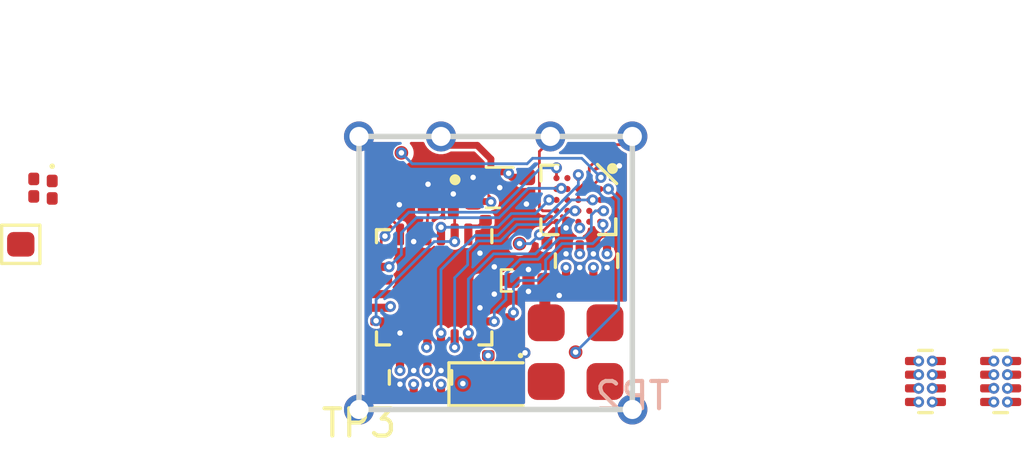
<source format=kicad_pcb>
(kicad_pcb (version 20171130) (host pcbnew 5.1.6-c6e7f7d~87~ubuntu18.04.1)
  (layers (0 F.Cu signal) (1 In1.Cu_Gnd signal) (2 In2.Cu_3V3 signal) (31 B.Cu signal) (34 B.Paste user) (35 F.Paste user) (36 B.SilkS user hide) (37 F.SilkS user) (38 B.Mask user) (39 F.Mask user) (44 Edge.Cuts user))
  (net 0 "")
  (net 1 GND)
  (net 2 3.3-5V_IN)
  (net 3 +3V3)
  (net 4 "Net-(D1-Pad1)")
  (net 5 LED1)
  (net 6 LED2)
  (net 7 Boot0)
  (net 8 UART_RX)
  (net 9 UART_TX)
  (net 10 NRST)
  (net 11 SWDIO)
  (net 12 "Net-(D2-Pad2)")
  (net 13 "Net-(U3-Pad14)")
  (net 14 "Net-(U3-Pad10)")
  (net 15 "Net-(U3-Pad9)")
  (net 16 "Net-(U3-Pad6)")
  (net 17 "Net-(U3-Pad4)")
  (net 18 "Net-(C6-Pad1)")
  (net 19 "Net-(C13-Pad1)")
  (net 20 "Net-(J1-Pad1)")
  (net 21 "Net-(U3-Pad22)")
  (net 22 NSS)
  (net 23 SCK)
  (net 24 MOSI)
  (net 25 MISO)
  (net 26 DI)
  (net 27 BUSY)
  (net 28 SWDCLK_BOOT0)
  (net 29 "Net-(U1-PadD3)")
  (net 30 "Net-(J1-Pad2)")
  (net 31 SX1280_NRESET)
  (net 32 "Net-(U1-PadB5)")
  (net 33 "Net-(U1-PadB4)")
  (net 34 "Net-(U1-PadD1)")
  (module footprints:corner_castellated (layer F.Cu) (at 100 110)
    (fp_text reference TP3 (at 0 0.5) (layer F.SilkS))
    (fp_text value "Pad 1.5x1.5mm")
    (pad 1 thru_hole circle (at 0 0) (size 1.1 1.1) (drill 0.7) (layers *.Cu *.Mask) (net 1 GND))
  )
  (module footprints:corner_castellated (layer B.Cu) (at 110 110)
    (fp_text reference TP2 (at 0 -0.5) (layer B.SilkS) (effects (justify mirror)))
    (fp_text value "Pad 1.5x1.5mm")
    (pad 1 thru_hole circle (at 0 0) (size 1.1 1.1) (drill 0.7) (layers *.Cu *.Mask) (net 1 GND))
  )
  (module footprints:molex_479480001_2g4-turret (layer F.Cu) (at 107.925 107.9 270)
    (fp_text reference J1 hide)
    (fp_text value u.fl hide)
    (pad 2 smd roundrect (at -1.075 -1.075 270) (size 1.35 1.35) (layers F.Cu F.Paste F.Mask) (net 30 "Net-(J1-Pad2)"))
    (pad 2 smd roundrect (at 1.075 -1.075 270) (size 1.35 1.35) (layers F.Cu F.Paste F.Mask) (net 30 "Net-(J1-Pad2)"))
    (pad 2 smd roundrect (at 1.075 1.075 270) (size 1.35 1.35) (layers F.Cu F.Paste F.Mask) (net 30 "Net-(J1-Pad2)"))
    (pad 1 smd roundrect (at -1.075 1.075 270) (size 1.35 1.35) (layers F.Cu F.Paste F.Mask) (net 20 "Net-(J1-Pad1)"))
  )
  (module footprints:C_0402_1005Metric_dense (layer F.Cu) (at 100.725 108.55 270)
    (fp_text reference C13 hide)
    (fp_text value 470nF hide)
    (pad 2 smd roundrect (at 0.485 0 270) (size 0.59 0.64) (layers F.Cu F.Paste F.Mask) (net 1 GND))
    (pad 1 smd roundrect (at -0.485 0 270) (size 0.59 0.64) (layers F.Cu F.Paste F.Mask) (net 19 "Net-(C13-Pad1)"))
  )
  (module footprints:corner_castellated (layer F.Cu) (at 100 100)
    (fp_text reference TP9 hide)
    (fp_text value "Pad 1.5x1.5mm" hide)
    (pad 1 thru_hole circle (at 0 0) (size 1.1 1.1) (drill 0.7) (layers *.Cu *.Mask) (net 1 GND))
  )
  (module footprints:corner_castellated (layer F.Cu) (at 110 100)
    (fp_text reference TP8 hide)
    (fp_text value "Pad 1.5x1.5mm" hide)
    (pad 1 thru_hole circle (at 0 0) (size 1.1 1.1) (drill 0.7) (layers *.Cu *.Mask) (net 8 UART_RX))
  )
  (module footprints:corner_castellated (layer F.Cu) (at 107 100)
    (fp_text reference TP7 hide)
    (fp_text value "Pad 1.5x1.5mm" hide)
    (pad 1 thru_hole circle (at 0 0) (size 1.1 1.1) (drill 0.7) (layers *.Cu *.Mask) (net 9 UART_TX))
  )
  (module footprints:corner_castellated (layer F.Cu) (at 103 100)
    (fp_text reference TP6 hide)
    (fp_text value "Pad 1.5x1.5mm" hide)
    (pad 1 thru_hole circle (at 0 0) (size 1.1 1.1) (drill 0.7) (layers *.Cu *.Mask) (net 2 3.3-5V_IN))
  )
  (module footprints:QFN-24-1EP_4x4mm_P0.5mm_EP2.6x2.6mm_SX1280_dense (layer F.Cu) (at 102.75 105.525 270)
    (fp_text reference U3 hide)
    (fp_text value SX1280 hide)
    (fp_line (start -1.635 -2.11) (end -2.11 -2.11) (layer F.SilkS) (width 0.12))
    (fp_line (start 2.11 2.11) (end 2.11 1.635) (layer F.SilkS) (width 0.12))
    (fp_line (start 1.635 2.11) (end 2.11 2.11) (layer F.SilkS) (width 0.12))
    (fp_line (start -2.11 2.11) (end -2.11 1.635) (layer F.SilkS) (width 0.12))
    (fp_line (start -1.635 2.11) (end -2.11 2.11) (layer F.SilkS) (width 0.12))
    (fp_line (start 2.11 -2.11) (end 2.11 -1.635) (layer F.SilkS) (width 0.12))
    (fp_line (start 1.635 -2.11) (end 2.11 -2.11) (layer F.SilkS) (width 0.12))
    (pad 0 smd rect (at 0 0 270) (size 2.6 2.6) (layers F.Cu F.Mask) (net 1 GND))
    (pad 24 smd roundrect (at -1.25 -1.9375 270) (size 0.3 0.8) (layers F.Cu F.Paste F.Mask) (net 1 GND))
    (pad 23 smd roundrect (at -0.75 -1.9375 270) (size 0.3 0.8) (layers F.Cu F.Paste F.Mask) (net 1 GND))
    (pad 22 smd roundrect (at -0.25 -1.9375 270) (size 0.3 0.8) (layers F.Cu F.Paste F.Mask) (net 21 "Net-(U3-Pad22)"))
    (pad 21 smd roundrect (at 0.25 -1.9375 270) (size 0.3 0.8) (layers F.Cu F.Paste F.Mask) (net 1 GND))
    (pad 20 smd roundrect (at 0.75 -1.9375 270) (size 0.3 0.8) (layers F.Cu F.Paste F.Mask) (net 1 GND))
    (pad 19 smd roundrect (at 1.25 -1.9375 270) (size 0.3 0.8) (layers F.Cu F.Paste F.Mask) (net 22 NSS))
    (pad 18 smd roundrect (at 1.9375 -1.25 270) (size 0.8 0.3) (layers F.Cu F.Paste F.Mask) (net 23 SCK))
    (pad 17 smd roundrect (at 1.9375 -0.75 270) (size 0.8 0.3) (layers F.Cu F.Paste F.Mask) (net 24 MOSI))
    (pad 16 smd roundrect (at 1.9375 -0.25 270) (size 0.8 0.3) (layers F.Cu F.Paste F.Mask) (net 25 MISO))
    (pad 15 smd roundrect (at 1.9375 0.25 270) (size 0.8 0.3) (layers F.Cu F.Paste F.Mask) (net 3 +3V3))
    (pad 14 smd roundrect (at 1.9375 0.75 270) (size 0.8 0.3) (layers F.Cu F.Paste F.Mask) (net 13 "Net-(U3-Pad14)"))
    (pad 13 smd roundrect (at 1.9375 1.25 270) (size 0.8 0.3) (layers F.Cu F.Paste F.Mask) (net 1 GND))
    (pad 12 smd roundrect (at 1.25 1.9375 270) (size 0.3 0.8) (layers F.Cu F.Paste F.Mask) (net 19 "Net-(C13-Pad1)"))
    (pad 11 smd roundrect (at 0.75 1.9375 270) (size 0.3 0.8) (layers F.Cu F.Paste F.Mask) (net 3 +3V3))
    (pad 10 smd roundrect (at 0.25 1.9375 270) (size 0.3 0.8) (layers F.Cu F.Paste F.Mask) (net 14 "Net-(U3-Pad10)"))
    (pad 9 smd roundrect (at -0.25 1.9375 270) (size 0.3 0.8) (layers F.Cu F.Paste F.Mask) (net 15 "Net-(U3-Pad9)"))
    (pad 8 smd roundrect (at -0.75 1.9375 270) (size 0.3 0.8) (layers F.Cu F.Paste F.Mask) (net 26 DI))
    (pad 7 smd roundrect (at -1.25 1.9375 270) (size 0.3 0.8) (layers F.Cu F.Paste F.Mask) (net 27 BUSY))
    (pad 6 smd roundrect (at -1.9375 1.25 270) (size 0.8 0.3) (layers F.Cu F.Paste F.Mask) (net 16 "Net-(U3-Pad6)"))
    (pad 5 smd roundrect (at -1.9375 0.75 270) (size 0.8 0.3) (layers F.Cu F.Paste F.Mask) (net 1 GND))
    (pad 4 smd roundrect (at -1.9375 0.25 270) (size 0.8 0.3) (layers F.Cu F.Paste F.Mask) (net 17 "Net-(U3-Pad4)"))
    (pad 3 smd roundrect (at -1.9375 -0.25 270) (size 0.8 0.3) (layers F.Cu F.Paste F.Mask) (net 31 SX1280_NRESET))
    (pad 2 smd roundrect (at -1.9375 -0.75 270) (size 0.8 0.3) (layers F.Cu F.Paste F.Mask) (net 19 "Net-(C13-Pad1)"))
    (pad 1 smd roundrect (at -1.9375 -1.25 270) (size 0.8 0.3) (layers F.Cu F.Paste F.Mask) (net 18 "Net-(C6-Pad1)"))
  )
  (module footprints:C_0201_0603Metric_dense (layer F.Cu) (at 103.45 102.425 90)
    (fp_text reference C4 hide)
    (fp_text value 10nF hide)
    (pad 2 smd roundrect (at 0.32 0 90) (size 0.46 0.4) (layers F.Cu F.Mask) (net 1 GND))
    (pad 1 smd roundrect (at -0.32 0 90) (size 0.46 0.4) (layers F.Cu F.Mask) (net 19 "Net-(C13-Pad1)"))
  )
  (module footprints:XTAL_ECS-320-8-47-CKM-TR (layer F.Cu) (at 102 102.125 180)
    (fp_text reference Y1 hide)
    (fp_text value 52M hide)
    (fp_circle (center -1.515 0.5398) (end -1.415 0.5398) (layer F.SilkS) (width 0.2))
    (pad 4 smd rect (at -0.525 -0.375 180) (size 0.75 0.65) (layers F.Cu F.Paste F.Mask) (net 17 "Net-(U3-Pad4)"))
    (pad 3 smd rect (at 0.525 -0.375 180) (size 0.75 0.65) (layers F.Cu F.Paste F.Mask) (net 1 GND))
    (pad 2 smd rect (at 0.525 0.375 180) (size 0.75 0.65) (layers F.Cu F.Paste F.Mask) (net 16 "Net-(U3-Pad6)"))
    (pad 1 smd rect (at -0.525 0.375 180) (size 0.75 0.65) (layers F.Cu F.Paste F.Mask) (net 1 GND))
  )
  (module footprints:2450FM07D0034T (layer F.Cu) (at 106.2 105.275)
    (fp_text reference U4 hide)
    (fp_text value 2450FM07D0034T hide)
    (fp_line (start -0.6 -0.4) (end -1 -0.4) (layer F.SilkS) (width 0.1))
    (fp_line (start -1 -0.4) (end -1 0.4) (layer F.SilkS) (width 0.1))
    (fp_line (start -1 0.4) (end -0.6 0.4) (layer F.SilkS) (width 0.1))
    (pad 4 smd roundrect (at 0 -0.35) (size 0.3 0.5) (layers F.Cu F.Paste F.Mask) (net 1 GND))
    (pad 3 smd roundrect (at 0.6 0) (size 0.55 0.55) (layers F.Cu F.Paste F.Mask) (net 20 "Net-(J1-Pad1)"))
    (pad 2 smd roundrect (at 0 0.35) (size 0.3 0.5) (layers F.Cu F.Paste F.Mask) (net 1 GND))
    (pad 1 smd roundrect (at -0.6 0) (size 0.55 0.55) (layers F.Cu F.Paste F.Mask) (net 21 "Net-(U3-Pad22)"))
  )
  (module footprints:C_0201_0603Metric_dense (layer F.Cu) (at 104.95 103.075)
    (fp_text reference C6 hide)
    (fp_text value 10nF hide)
    (pad 2 smd roundrect (at 0.32 0) (size 0.46 0.4) (layers F.Cu F.Mask) (net 1 GND))
    (pad 1 smd roundrect (at -0.32 0) (size 0.46 0.4) (layers F.Cu F.Mask) (net 18 "Net-(C6-Pad1)"))
  )
  (module footprints:BGA-25_5x5_2.3x2.5mm (layer F.Cu) (at 108.025 102.325 270)
    (fp_text reference U1 hide)
    (fp_text value STM32G071EBY6TR hide)
    (fp_line (start 0.695 -1.37) (end 1.27 -1.37) (layer F.SilkS) (width 0.12))
    (fp_line (start 1.27 -1.37) (end 1.27 -0.745) (layer F.SilkS) (width 0.12))
    (fp_line (start 0.695 -1.37) (end 1.27 -1.37) (layer F.SilkS) (width 0.12))
    (fp_line (start 1.27 -1.37) (end 1.27 -0.745) (layer F.SilkS) (width 0.12))
    (fp_line (start 0.695 1.37) (end 1.27 1.37) (layer F.SilkS) (width 0.12))
    (fp_line (start 1.27 1.37) (end 1.27 0.745) (layer F.SilkS) (width 0.12))
    (fp_line (start 0.695 -1.37) (end 1.27 -1.37) (layer F.SilkS) (width 0.12))
    (fp_line (start 1.27 -1.37) (end 1.27 -0.745) (layer F.SilkS) (width 0.12))
    (fp_line (start -0.695 1.37) (end -1.27 1.37) (layer F.SilkS) (width 0.12))
    (fp_line (start -1.27 1.37) (end -1.27 0.745) (layer F.SilkS) (width 0.12))
    (fp_line (start -0.6 -1.4) (end -1.3 -0.7) (layer F.SilkS) (width 0.12))
    (fp_circle (center -1.15 -1.25) (end -1.15 -1.15) (layer F.SilkS) (width 0.2))
    (pad E5 smd circle (at 0.8 0.8 270) (size 0.225 0.225) (layers F.Cu F.Paste F.Mask) (net 10 NRST))
    (pad D5 smd circle (at 0.8 0.4 270) (size 0.225 0.225) (layers F.Cu F.Paste F.Mask) (net 1 GND))
    (pad C5 smd circle (at 0.8 0 270) (size 0.225 0.225) (layers F.Cu F.Paste F.Mask) (net 3 +3V3))
    (pad B5 smd circle (at 0.8 -0.4 270) (size 0.225 0.225) (layers F.Cu F.Paste F.Mask) (net 32 "Net-(U1-PadB5)"))
    (pad A5 smd circle (at 0.8 -0.8 270) (size 0.225 0.225) (layers F.Cu F.Paste F.Mask) (net 5 LED1))
    (pad E4 smd circle (at 0.4 0.8 270) (size 0.225 0.225) (layers F.Cu F.Paste F.Mask) (net 9 UART_TX))
    (pad D4 smd circle (at 0.4 0.4 270) (size 0.225 0.225) (layers F.Cu F.Paste F.Mask) (net 23 SCK))
    (pad C4 smd circle (at 0.4 0 270) (size 0.225 0.225) (layers F.Cu F.Paste F.Mask) (net 23 SCK))
    (pad B4 smd circle (at 0.4 -0.4 270) (size 0.225 0.225) (layers F.Cu F.Paste F.Mask) (net 33 "Net-(U1-PadB4)"))
    (pad A4 smd circle (at 0.4 -0.8 270) (size 0.225 0.225) (layers F.Cu F.Paste F.Mask) (net 22 NSS))
    (pad E3 smd circle (at 0 0.8 270) (size 0.225 0.225) (layers F.Cu F.Paste F.Mask) (net 31 SX1280_NRESET))
    (pad D3 smd circle (at 0 0.4 270) (size 0.225 0.225) (layers F.Cu F.Paste F.Mask) (net 29 "Net-(U1-PadD3)"))
    (pad C3 smd circle (at 0 0 270) (size 0.225 0.225) (layers F.Cu F.Paste F.Mask) (net 8 UART_RX))
    (pad B3 smd circle (at 0 -0.4 270) (size 0.225 0.225) (layers F.Cu F.Paste F.Mask) (net 24 MOSI))
    (pad A3 smd circle (at 0 -0.8 270) (size 0.225 0.225) (layers F.Cu F.Paste F.Mask) (net 24 MOSI))
    (pad E2 smd circle (at -0.4 0.8 270) (size 0.225 0.225) (layers F.Cu F.Paste F.Mask) (net 26 DI))
    (pad D2 smd circle (at -0.4 0.4 270) (size 0.225 0.225) (layers F.Cu F.Paste F.Mask) (net 26 DI))
    (pad C2 smd circle (at -0.4 0 270) (size 0.225 0.225) (layers F.Cu F.Paste F.Mask) (net 8 UART_RX))
    (pad B2 smd circle (at -0.4 -0.4 270) (size 0.225 0.225) (layers F.Cu F.Paste F.Mask) (net 11 SWDIO))
    (pad A2 smd circle (at -0.4 -0.8 270) (size 0.225 0.225) (layers F.Cu F.Paste F.Mask) (net 28 SWDCLK_BOOT0))
    (pad E1 smd circle (at -0.8 0.8 270) (size 0.225 0.225) (layers F.Cu F.Paste F.Mask) (net 27 BUSY))
    (pad D1 smd circle (at -0.8 0.4 270) (size 0.225 0.225) (layers F.Cu F.Paste F.Mask) (net 34 "Net-(U1-PadD1)"))
    (pad C1 smd circle (at -0.8 0 270) (size 0.225 0.225) (layers F.Cu F.Paste F.Mask) (net 25 MISO))
    (pad B1 smd circle (at -0.8 -0.4 270) (size 0.225 0.225) (layers F.Cu F.Paste F.Mask) (net 8 UART_RX))
    (pad A1 smd circle (at -0.8 -0.8 270) (size 0.225 0.225) (layers F.Cu F.Paste F.Mask) (net 11 SWDIO))
  )
  (module ftprnts:AVX_S_CASE (layer F.Cu) (at 104.65 109.075)
    (fp_text reference C12 hide)
    (fp_text value 100uF hide)
    (fp_line (start -1.36 -0.785) (end -1.36 0.785) (layer F.SilkS) (width 0.12))
    (fp_line (start -1.36 0.785) (end 1.35 0.785) (layer F.SilkS) (width 0.12))
    (fp_line (start 1.35 -0.785) (end -1.36 -0.785) (layer F.SilkS) (width 0.12))
    (pad 2 smd roundrect (at 0.85 0) (size 0.7 1) (layers F.Cu F.Paste F.Mask) (roundrect_rratio 0.1) (net 1 GND))
    (pad 1 smd roundrect (at -0.85 0 180) (size 0.7 1) (layers F.Cu F.Paste F.Mask) (roundrect_rratio 0.1) (net 3 +3V3))
  )
  (module footprints:0805_low_esl_cap_avx_w_via_dense (layer F.Cu) (at 102.25 108.825 270)
    (fp_text reference C11 hide)
    (fp_text value 2.2uF hide)
    (fp_line (start 0.25 -1.14) (end -0.25 -1.14) (layer F.SilkS) (width 0.12))
    (fp_line (start 0.25 1.14) (end -0.25 1.14) (layer F.SilkS) (width 0.12))
    (pad 2 thru_hole circle (at -0.25 -0.25 270) (size 0.4 0.4) (drill 0.2) (layers *.Cu) (net 3 +3V3))
    (pad 1 thru_hole circle (at -0.25 0.25 270) (size 0.4 0.4) (drill 0.2) (layers *.Cu) (net 1 GND))
    (pad 2 smd roundrect (at -0.5 -0.25 270) (size 0.5 0.3) (layers F.Cu F.Paste F.Mask) (net 3 +3V3))
    (pad 1 smd roundrect (at -0.5 0.25 270) (size 0.5 0.3) (layers F.Cu F.Paste F.Mask) (net 1 GND))
    (pad 2 smd roundrect (at 0.5 0.25 270) (size 0.5 0.3) (layers F.Cu F.Paste F.Mask) (net 3 +3V3))
    (pad 1 smd roundrect (at -0.5 -0.75 270) (size 0.5 0.3) (layers F.Cu F.Paste F.Mask) (net 1 GND))
    (pad 2 smd roundrect (at 0.5 -0.75 270) (size 0.5 0.3) (layers F.Cu F.Paste F.Mask) (net 3 +3V3))
    (pad 1 smd roundrect (at 0.5 -0.25 270) (size 0.5 0.3) (layers F.Cu F.Paste F.Mask) (net 1 GND))
    (pad 2 smd roundrect (at -0.5 0.75 270) (size 0.5 0.3) (layers F.Cu F.Paste F.Mask) (net 3 +3V3))
    (pad 1 smd roundrect (at 0.5 0.75 270) (size 0.5 0.3) (layers F.Cu F.Paste F.Mask) (net 1 GND))
    (pad 2 thru_hole circle (at -0.25 0.75 270) (size 0.4 0.4) (drill 0.2) (layers *.Cu) (net 3 +3V3))
    (pad 2 thru_hole circle (at 0.25 0.25 270) (size 0.4 0.4) (drill 0.2) (layers *.Cu) (net 3 +3V3))
    (pad 1 thru_hole circle (at -0.25 -0.75 270) (size 0.4 0.4) (drill 0.2) (layers *.Cu) (net 1 GND))
    (pad 1 thru_hole circle (at 0.25 0.75 270) (size 0.4 0.4) (drill 0.2) (layers *.Cu) (net 1 GND))
    (pad 1 thru_hole circle (at 0.25 -0.25 270) (size 0.4 0.4) (drill 0.2) (layers *.Cu) (net 1 GND))
    (pad 2 thru_hole circle (at 0.25 -0.75 270) (size 0.4 0.4) (drill 0.2) (layers *.Cu) (net 3 +3V3))
  )
  (module footprints:0805_low_esl_cap_avx_w_via_dense (layer F.Cu) (at 108.325 104.55 90)
    (fp_text reference C10 hide)
    (fp_text value 2.2uF hide)
    (fp_line (start 0.25 1.14) (end -0.25 1.14) (layer F.SilkS) (width 0.12))
    (fp_line (start 0.25 -1.14) (end -0.25 -1.14) (layer F.SilkS) (width 0.12))
    (pad 2 thru_hole circle (at 0.25 -0.75 90) (size 0.4 0.4) (drill 0.2) (layers *.Cu) (net 1 GND))
    (pad 1 thru_hole circle (at 0.25 -0.25 90) (size 0.4 0.4) (drill 0.2) (layers *.Cu) (net 3 +3V3))
    (pad 1 thru_hole circle (at 0.25 0.75 90) (size 0.4 0.4) (drill 0.2) (layers *.Cu) (net 3 +3V3))
    (pad 1 thru_hole circle (at -0.25 -0.75 90) (size 0.4 0.4) (drill 0.2) (layers *.Cu) (net 3 +3V3))
    (pad 2 thru_hole circle (at 0.25 0.25 90) (size 0.4 0.4) (drill 0.2) (layers *.Cu) (net 1 GND))
    (pad 2 thru_hole circle (at -0.25 0.75 90) (size 0.4 0.4) (drill 0.2) (layers *.Cu) (net 1 GND))
    (pad 1 smd roundrect (at 0.5 0.75 90) (size 0.5 0.3) (layers F.Cu F.Paste F.Mask) (net 3 +3V3))
    (pad 2 smd roundrect (at -0.5 0.75 90) (size 0.5 0.3) (layers F.Cu F.Paste F.Mask) (net 1 GND))
    (pad 1 smd roundrect (at 0.5 -0.25 90) (size 0.5 0.3) (layers F.Cu F.Paste F.Mask) (net 3 +3V3))
    (pad 2 smd roundrect (at 0.5 -0.75 90) (size 0.5 0.3) (layers F.Cu F.Paste F.Mask) (net 1 GND))
    (pad 1 smd roundrect (at -0.5 -0.75 90) (size 0.5 0.3) (layers F.Cu F.Paste F.Mask) (net 3 +3V3))
    (pad 2 smd roundrect (at 0.5 0.25 90) (size 0.5 0.3) (layers F.Cu F.Paste F.Mask) (net 1 GND))
    (pad 1 smd roundrect (at -0.5 0.25 90) (size 0.5 0.3) (layers F.Cu F.Paste F.Mask) (net 3 +3V3))
    (pad 2 smd roundrect (at -0.5 -0.25 90) (size 0.5 0.3) (layers F.Cu F.Paste F.Mask) (net 1 GND))
    (pad 1 thru_hole circle (at -0.25 0.25 90) (size 0.4 0.4) (drill 0.2) (layers *.Cu) (net 3 +3V3))
    (pad 2 thru_hole circle (at -0.25 -0.25 90) (size 0.4 0.4) (drill 0.2) (layers *.Cu) (net 1 GND))
  )
  (module footprints:0805_low_esl_cap_avx_w_via_dense (layer F.Cu) (at 123.475 108.975)
    (fp_text reference C9 hide)
    (fp_text value 2.2uF hide)
    (fp_line (start 0.25 -1.14) (end -0.25 -1.14) (layer F.SilkS) (width 0.12))
    (fp_line (start 0.25 1.14) (end -0.25 1.14) (layer F.SilkS) (width 0.12))
    (pad 2 thru_hole circle (at -0.25 -0.25) (size 0.4 0.4) (drill 0.2) (layers *.Cu) (net 3 +3V3))
    (pad 1 thru_hole circle (at -0.25 0.25) (size 0.4 0.4) (drill 0.2) (layers *.Cu) (net 1 GND))
    (pad 2 smd roundrect (at -0.5 -0.25) (size 0.5 0.3) (layers F.Cu F.Paste F.Mask) (net 3 +3V3))
    (pad 1 smd roundrect (at -0.5 0.25) (size 0.5 0.3) (layers F.Cu F.Paste F.Mask) (net 1 GND))
    (pad 2 smd roundrect (at 0.5 0.25) (size 0.5 0.3) (layers F.Cu F.Paste F.Mask) (net 3 +3V3))
    (pad 1 smd roundrect (at -0.5 -0.75) (size 0.5 0.3) (layers F.Cu F.Paste F.Mask) (net 1 GND))
    (pad 2 smd roundrect (at 0.5 -0.75) (size 0.5 0.3) (layers F.Cu F.Paste F.Mask) (net 3 +3V3))
    (pad 1 smd roundrect (at 0.5 -0.25) (size 0.5 0.3) (layers F.Cu F.Paste F.Mask) (net 1 GND))
    (pad 2 smd roundrect (at -0.5 0.75) (size 0.5 0.3) (layers F.Cu F.Paste F.Mask) (net 3 +3V3))
    (pad 1 smd roundrect (at 0.5 0.75) (size 0.5 0.3) (layers F.Cu F.Paste F.Mask) (net 1 GND))
    (pad 2 thru_hole circle (at -0.25 0.75) (size 0.4 0.4) (drill 0.2) (layers *.Cu) (net 3 +3V3))
    (pad 2 thru_hole circle (at 0.25 0.25) (size 0.4 0.4) (drill 0.2) (layers *.Cu) (net 3 +3V3))
    (pad 1 thru_hole circle (at -0.25 -0.75) (size 0.4 0.4) (drill 0.2) (layers *.Cu) (net 1 GND))
    (pad 1 thru_hole circle (at 0.25 0.75) (size 0.4 0.4) (drill 0.2) (layers *.Cu) (net 1 GND))
    (pad 1 thru_hole circle (at 0.25 -0.25) (size 0.4 0.4) (drill 0.2) (layers *.Cu) (net 1 GND))
    (pad 2 thru_hole circle (at 0.25 -0.75) (size 0.4 0.4) (drill 0.2) (layers *.Cu) (net 3 +3V3))
  )
  (module footprints:0805_low_esl_cap_avx_w_via_dense (layer F.Cu) (at 120.725 108.975)
    (fp_text reference C7 hide)
    (fp_text value 2.2uF hide)
    (fp_line (start 0.25 -1.14) (end -0.25 -1.14) (layer F.SilkS) (width 0.12))
    (fp_line (start 0.25 1.14) (end -0.25 1.14) (layer F.SilkS) (width 0.12))
    (pad 2 thru_hole circle (at -0.25 -0.25) (size 0.4 0.4) (drill 0.2) (layers *.Cu) (net 1 GND))
    (pad 1 thru_hole circle (at -0.25 0.25) (size 0.4 0.4) (drill 0.2) (layers *.Cu) (net 3 +3V3))
    (pad 2 smd roundrect (at -0.5 -0.25) (size 0.5 0.3) (layers F.Cu F.Paste F.Mask) (net 1 GND))
    (pad 1 smd roundrect (at -0.5 0.25) (size 0.5 0.3) (layers F.Cu F.Paste F.Mask) (net 3 +3V3))
    (pad 2 smd roundrect (at 0.5 0.25) (size 0.5 0.3) (layers F.Cu F.Paste F.Mask) (net 1 GND))
    (pad 1 smd roundrect (at -0.5 -0.75) (size 0.5 0.3) (layers F.Cu F.Paste F.Mask) (net 3 +3V3))
    (pad 2 smd roundrect (at 0.5 -0.75) (size 0.5 0.3) (layers F.Cu F.Paste F.Mask) (net 1 GND))
    (pad 1 smd roundrect (at 0.5 -0.25) (size 0.5 0.3) (layers F.Cu F.Paste F.Mask) (net 3 +3V3))
    (pad 2 smd roundrect (at -0.5 0.75) (size 0.5 0.3) (layers F.Cu F.Paste F.Mask) (net 1 GND))
    (pad 1 smd roundrect (at 0.5 0.75) (size 0.5 0.3) (layers F.Cu F.Paste F.Mask) (net 3 +3V3))
    (pad 2 thru_hole circle (at -0.25 0.75) (size 0.4 0.4) (drill 0.2) (layers *.Cu) (net 1 GND))
    (pad 2 thru_hole circle (at 0.25 0.25) (size 0.4 0.4) (drill 0.2) (layers *.Cu) (net 1 GND))
    (pad 1 thru_hole circle (at -0.25 -0.75) (size 0.4 0.4) (drill 0.2) (layers *.Cu) (net 3 +3V3))
    (pad 1 thru_hole circle (at 0.25 0.75) (size 0.4 0.4) (drill 0.2) (layers *.Cu) (net 3 +3V3))
    (pad 1 thru_hole circle (at 0.25 -0.25) (size 0.4 0.4) (drill 0.2) (layers *.Cu) (net 3 +3V3))
    (pad 2 thru_hole circle (at 0.25 -0.75) (size 0.4 0.4) (drill 0.2) (layers *.Cu) (net 1 GND))
  )
  (module ftprnts:R_0201_0603Metric_dense (layer F.Cu) (at 88.1 101.875 90)
    (fp_text reference R2 hide)
    (fp_text value 270R hide)
    (pad 2 smd roundrect (at 0.32 0 90) (size 0.46 0.4) (layers F.Cu F.Mask) (net 6 LED2))
    (pad 1 smd roundrect (at -0.32 0 90) (size 0.46 0.4) (layers F.Cu F.Mask) (net 12 "Net-(D2-Pad2)"))
  )
  (module ftprnts:R_0201_0603Metric_dense (layer F.Cu) (at 105.5 107.025 270)
    (fp_text reference R1 hide)
    (fp_text value 270R hide)
    (pad 2 smd roundrect (at 0.32 0 270) (size 0.46 0.4) (layers F.Cu F.Mask) (net 4 "Net-(D1-Pad1)"))
    (pad 1 smd roundrect (at -0.32 0 270) (size 0.46 0.4) (layers F.Cu F.Mask) (net 5 LED1))
  )
  (module ftprnts:L_0402_1005Metric_dense (layer F.Cu) (at 104.175 101.9 90)
    (fp_text reference C5 hide)
    (fp_text value 10µF hide)
    (pad 2 smd roundrect (at 0.485 0 90) (size 0.59 0.64) (layers F.Cu F.Paste F.Mask) (net 1 GND))
    (pad 1 smd roundrect (at -0.485 0 90) (size 0.59 0.64) (layers F.Cu F.Paste F.Mask) (net 3 +3V3))
  )
  (module ftprnts:L_0402_1005Metric_dense (layer F.Cu) (at 106.125 101.975 270)
    (fp_text reference C3 hide)
    (fp_text value 10µF hide)
    (pad 2 smd roundrect (at 0.485 0 270) (size 0.59 0.64) (layers F.Cu F.Paste F.Mask) (net 1 GND))
    (pad 1 smd roundrect (at -0.485 0 270) (size 0.59 0.64) (layers F.Cu F.Paste F.Mask) (net 2 3.3-5V_IN))
  )
  (module Package_DFN_QFN:UDFN-4_1x1mm_P0.65mm (layer F.Cu) (at 105.15 101.875 90)
    (fp_text reference U2 hide)
    (fp_text value NCP160 hide)
    (fp_line (start 0.74 -0.5) (end 0.74 0.5) (layer F.SilkS) (width 0.1))
    (fp_line (start -0.74 -0.5) (end -0.74 0) (layer F.SilkS) (width 0.1))
    (pad 5 smd rect (at 0 -0.17 45) (size 0.24 0.24) (layers F.Cu F.Paste F.Mask) (net 1 GND))
    (pad 5 smd rect (at -0.17 0 45) (size 0.24 0.24) (layers F.Cu F.Paste F.Mask) (net 1 GND))
    (pad 5 smd rect (at 0.17 0 45) (size 0.24 0.24) (layers F.Cu F.Paste F.Mask) (net 1 GND))
    (pad 3 smd rect (at 0.345 0.415 180) (size 0.07 0.19) (layers F.Cu F.Paste F.Mask) (net 2 3.3-5V_IN))
    (pad 1 smd trapezoid (at -0.38 -0.35 270) (size 0.2 0.2) (rect_delta 0 0.19999) (layers F.Cu F.Paste F.Mask) (net 3 +3V3))
    (pad 3 smd trapezoid (at 0.43 0.29 90) (size 0.18 0.18) (rect_delta 0 0.17999) (layers F.Cu F.Paste F.Mask) (net 2 3.3-5V_IN))
    (pad 3 smd rect (at 0.54 0.325) (size 0.25 0.22) (layers F.Cu F.Paste F.Mask) (net 2 3.3-5V_IN))
    (pad 4 smd rect (at 0.34 -0.415 180) (size 0.07 0.19) (layers F.Cu F.Paste F.Mask) (net 2 3.3-5V_IN))
    (pad 4 smd trapezoid (at 0.425 -0.29) (size 0.18 0.18) (rect_delta 0.1799 0) (layers F.Cu F.Paste F.Mask) (net 2 3.3-5V_IN))
    (pad 4 smd rect (at 0.54 -0.325) (size 0.25 0.22) (layers F.Cu F.Paste F.Mask) (net 2 3.3-5V_IN))
    (pad 1 smd rect (at -0.54 -0.325) (size 0.25 0.22) (layers F.Cu F.Paste F.Mask) (net 3 +3V3))
    (pad 5 smd rect (at 0 0.17 45) (size 0.24 0.24) (layers F.Cu F.Paste F.Mask) (net 1 GND))
    (pad 2 smd rect (at -0.54 0.325) (size 0.25 0.22) (layers F.Cu F.Paste F.Mask) (net 1 GND))
    (pad 1 smd trapezoid (at -0.43 -0.3 270) (size 0.2 0.2) (rect_delta 0 0.19999) (layers F.Cu F.Paste F.Mask) (net 3 +3V3))
    (pad 2 smd trapezoid (at -0.43 0.29 180) (size 0.18 0.18) (rect_delta 0.1799 0) (layers F.Cu F.Paste F.Mask) (net 1 GND))
    (pad 2 smd rect (at -0.345 0.415 180) (size 0.07 0.19) (layers F.Cu F.Paste F.Mask) (net 1 GND))
  )
  (module TestPoint:TestPoint_Pad_1.0x1.0mm (layer F.Cu) (at 87.625 103.95)
    (fp_text reference TP1 hide)
    (fp_text value "Pad 1x1mm" hide)
    (fp_line (start -0.7 -0.7) (end 0.7 -0.7) (layer F.SilkS) (width 0.12))
    (fp_line (start 0.7 -0.7) (end 0.7 0.7) (layer F.SilkS) (width 0.12))
    (fp_line (start 0.7 0.7) (end -0.7 0.7) (layer F.SilkS) (width 0.12))
    (fp_line (start -0.7 0.7) (end -0.7 -0.7) (layer F.SilkS) (width 0.12))
    (pad 1 smd roundrect (at 0 0) (size 1 0.9) (layers F.Cu F.Mask) (net 7 Boot0))
  )
  (module ftprnts:C_0201_0603Metric_dense (layer F.Cu) (at 106.875 104.225 270)
    (fp_text reference C8 hide)
    (fp_text value 100nF hide)
    (pad 2 smd roundrect (at 0.32 0 270) (size 0.46 0.4) (layers F.Cu F.Mask) (net 1 GND))
    (pad 1 smd roundrect (at -0.32 0 270) (size 0.46 0.4) (layers F.Cu F.Mask) (net 10 NRST))
  )
  (module Fiducial:Fiducial_0.5mm_Dia_1mm_Outer (layer F.Cu) (at 101.55 100.6)
    (fp_text reference FID2 hide)
    (fp_text value Fiducial hide)
    (pad 1 smd circle (at 0 0) (size 0.5 0.5) (layers F.Cu F.Mask) (net 11 SWDIO) (clearance 0.2))
  )
  (module LED_SMD:LED_0201_0603Metric (layer F.Cu) (at 105.05 108.025 180)
    (fp_text reference D1 hide)
    (fp_text value LED_BLUE hide)
    (fp_circle (center -0.86 0) (end -0.81 0) (layer F.SilkS) (width 0.1))
    (pad 2 smd roundrect (at 0.32 0 180) (size 0.46 0.4) (layers F.Cu F.Mask) (net 3 +3V3))
    (pad 1 smd roundrect (at -0.32 0 180) (size 0.46 0.4) (layers F.Cu F.Mask) (net 4 "Net-(D1-Pad1)"))
  )
  (module LED_SMD:LED_0201_0603Metric (layer F.Cu) (at 88.775 101.95 270)
    (fp_text reference D2 hide)
    (fp_text value LED_WHITE hide)
    (fp_circle (center -0.86 0) (end -0.81 0) (layer F.SilkS) (width 0.1))
    (pad 2 smd roundrect (at 0.32 0 270) (size 0.46 0.4) (layers F.Cu F.Mask) (net 12 "Net-(D2-Pad2)"))
    (pad 1 smd roundrect (at -0.32 0 270) (size 0.46 0.4) (layers F.Cu F.Mask) (net 1 GND))
  )
  (module Fiducial:Fiducial_0.5mm_Dia_1mm_Outer (layer F.Cu) (at 105.875 103.925)
    (fp_text reference FID1 hide)
    (fp_text value Fiducial hide)
    (pad 1 smd circle (at 0 0) (size 0.5 0.5) (layers F.Cu F.Mask) (net 10 NRST) (clearance 0.2))
  )
  (module Fiducial:Fiducial_0.5mm_Dia_1mm_Outer (layer F.Cu) (at 107.925 107.9)
    (fp_text reference FID3 hide)
    (fp_text value Fiducial hide)
    (pad 1 smd circle (at 0 0) (size 0.5 0.5) (layers F.Cu F.Mask) (net 28 SWDCLK_BOOT0) (clearance 0.05))
  )
  (gr_line (start 110 100) (end 110 110) (layer Edge.Cuts) (width 0.2))
  (gr_line (start 100 110) (end 100 100) (layer Edge.Cuts) (width 0.2))
  (gr_line (start 110 110) (end 100 110) (layer Edge.Cuts) (width 0.2))
  (gr_line (start 100 100) (end 110 100) (layer Edge.Cuts) (width 0.2))
  (via (at 106.2 105.675) (size 0.4) (drill 0.2) (layers F.Cu B.Cu) (net 1))
  (via (at 106.2 104.875) (size 0.4) (drill 0.2) (layers F.Cu B.Cu) (net 1))
  (via (at 104.175 101.5) (size 0.4) (drill 0.2) (layers F.Cu B.Cu) (net 1))
  (via (at 106.125 102.475) (size 0.4) (drill 0.2) (layers F.Cu B.Cu) (net 1))
  (via (at 101.5 107.2) (size 0.4) (drill 0.2) (layers F.Cu B.Cu) (net 1))
  (via (at 102 103.85) (size 0.4) (drill 0.2) (layers F.Cu B.Cu) (net 1))
  (via (at 104.425 104.275) (size 0.4) (drill 0.2) (layers F.Cu B.Cu) (net 1))
  (via (at 104.95 104.775) (size 0.4) (drill 0.2) (layers F.Cu B.Cu) (net 1))
  (via (at 104.95 105.775) (size 0.4) (drill 0.2) (layers F.Cu B.Cu) (net 1))
  (via (at 104.425 106.275) (size 0.4) (drill 0.2) (layers F.Cu B.Cu) (net 1))
  (via (at 105.15 101.875) (size 0.4) (drill 0.2) (layers F.Cu B.Cu) (net 1))
  (via (at 107.575 103.35) (size 0.4) (drill 0.2) (layers F.Cu B.Cu) (net 1))
  (segment (start 107.625001 103.125) (end 107.625001 103.299999) (width 0.1) (layer F.Cu) (net 1))
  (segment (start 107.625001 103.299999) (end 107.575 103.35) (width 0.1) (layer F.Cu) (net 1))
  (via (at 103.45 102.105) (size 0.4) (drill 0.2) (layers F.Cu B.Cu) (net 1))
  (via (at 101.475 102.5) (size 0.4) (drill 0.2) (layers F.Cu B.Cu) (net 1))
  (via (at 102.525 101.75) (size 0.4) (drill 0.2) (layers F.Cu B.Cu) (net 1))
  (via (at 107.325 105.825) (size 0.4) (drill 0.2) (layers F.Cu B.Cu) (net 1))
  (via (at 106.075 107.925) (size 0.4) (drill 0.2) (layers F.Cu B.Cu) (net 1))
  (via (at 109.525 101.075) (size 0.4) (drill 0.2) (layers F.Cu B.Cu) (net 1))
  (via (at 105.475 101.35) (size 0.4) (drill 0.2) (layers F.Cu B.Cu) (net 2))
  (segment (start 104.825 100.825) (end 104.325 100.325) (width 0.25) (layer F.Cu) (net 2))
  (segment (start 104.825 101.335) (end 104.825 100.825) (width 0.25) (layer F.Cu) (net 2))
  (segment (start 104.825 101.335) (end 105.04 101.335) (width 0.25) (layer F.Cu) (net 2))
  (segment (start 105.04 101.335) (end 105.075 101.3) (width 0.25) (layer F.Cu) (net 2))
  (segment (start 105.44 101.3) (end 105.475 101.335) (width 0.25) (layer F.Cu) (net 2))
  (segment (start 105.075 101.3) (end 105.44 101.3) (width 0.25) (layer F.Cu) (net 2))
  (segment (start 105.615 101.49) (end 105.475 101.35) (width 0.25) (layer F.Cu) (net 2))
  (segment (start 106.125 101.49) (end 105.615 101.49) (width 0.25) (layer F.Cu) (net 2))
  (segment (start 104.775 101.535) (end 104.86 101.45) (width 0.1) (layer F.Cu) (net 2))
  (segment (start 104.735 101.535) (end 104.775 101.535) (width 0.1) (layer F.Cu) (net 2))
  (segment (start 103.25001 100.325) (end 103.25 100.32501) (width 0.25) (layer F.Cu) (net 2))
  (segment (start 104.325 100.325) (end 103.25001 100.325) (width 0.25) (layer F.Cu) (net 2))
  (segment (start 104.45 102.385) (end 104.45 102.155744) (width 0.1) (layer F.Cu) (net 3))
  (via (at 102.475 107.725) (size 0.4) (drill 0.2) (layers F.Cu B.Cu) (net 3))
  (via (at 101.15 106.225) (size 0.4) (drill 0.2) (layers F.Cu B.Cu) (net 3))
  (via (at 108.075 103.35) (size 0.4) (drill 0.2) (layers F.Cu B.Cu) (net 3))
  (segment (start 108.025 103.125) (end 108.025 103.299999) (width 0.1) (layer F.Cu) (net 3))
  (segment (start 108.025 103.299999) (end 108.075 103.35) (width 0.1) (layer F.Cu) (net 3))
  (via (at 104.825 102.4) (size 0.4) (drill 0.2) (layers F.Cu B.Cu) (net 3))
  (via (at 104.725 108.025) (size 0.4) (drill 0.2) (layers F.Cu B.Cu) (net 3))
  (segment (start 104.73 108.025) (end 104.725 108.025) (width 0.1) (layer F.Cu) (net 3))
  (via (at 103.8 109.05) (size 0.4) (drill 0.2) (layers F.Cu B.Cu) (net 3))
  (segment (start 103.8 109.075) (end 103.8 109.05) (width 0.1) (layer F.Cu) (net 3))
  (segment (start 104.795 102.385) (end 104.825 102.415) (width 0.25) (layer F.Cu) (net 3))
  (segment (start 104.175 102.385) (end 104.795 102.385) (width 0.25) (layer F.Cu) (net 3))
  (segment (start 108.075 104.05) (end 108.075 104.3) (width 0.1) (layer F.Cu) (net 3))
  (segment (start 109.075 104.05) (end 109.075 104.3) (width 0.1) (layer F.Cu) (net 3))
  (segment (start 102.5 108.325) (end 102.5 108.575) (width 0.1) (layer F.Cu) (net 3))
  (segment (start 101.5 108.325) (end 101.5 108.575) (width 0.1) (layer F.Cu) (net 3))
  (segment (start 105.5 107.895) (end 105.37 108.025) (width 0.1) (layer F.Cu) (net 4))
  (segment (start 105.5 107.345) (end 105.5 107.895) (width 0.1) (layer F.Cu) (net 4))
  (segment (start 105.65 106.45) (end 105.5 106.6) (width 0.1) (layer F.Cu) (net 5))
  (segment (start 105.5 106.6) (end 105.5 106.705) (width 0.1) (layer F.Cu) (net 5))
  (via (at 105.65 106.45) (size 0.4) (drill 0.2) (layers F.Cu B.Cu) (net 5))
  (via (at 108.925 103.225) (size 0.4) (drill 0.2) (layers F.Cu B.Cu) (net 5))
  (segment (start 108.825 103.125) (end 108.925 103.225) (width 0.1) (layer F.Cu) (net 5))
  (segment (start 108.925 103.55) (end 108.55 103.925) (width 0.1) (layer B.Cu) (net 5))
  (segment (start 108.55 103.925) (end 107.425 103.925) (width 0.1) (layer B.Cu) (net 5))
  (segment (start 108.925 103.225) (end 108.925 103.55) (width 0.1) (layer B.Cu) (net 5))
  (segment (start 107.425 103.925) (end 106.825 104.525) (width 0.1) (layer B.Cu) (net 5))
  (segment (start 106.825 104.975) (end 106.525 105.275) (width 0.1) (layer B.Cu) (net 5))
  (segment (start 106.825 104.525) (end 106.825 104.975) (width 0.1) (layer B.Cu) (net 5))
  (segment (start 106.525 105.275) (end 105.9 105.275) (width 0.1) (layer B.Cu) (net 5))
  (segment (start 105.65 105.525) (end 105.65 106.45) (width 0.1) (layer B.Cu) (net 5))
  (segment (start 105.9 105.275) (end 105.65 105.525) (width 0.1) (layer B.Cu) (net 5))
  (segment (start 108.025 102.325) (end 108.025 102.05) (width 0.1) (layer F.Cu) (net 8))
  (segment (start 108.425 101.525) (end 108.025 101.925) (width 0.1) (layer F.Cu) (net 8))
  (segment (start 108.025 102.05) (end 108.025 101.925) (width 0.1) (layer F.Cu) (net 8))
  (segment (start 109.25 100.3) (end 109.65 100.3) (width 0.1) (layer F.Cu) (net 8))
  (segment (start 108.425 101.525) (end 108.425 101.125) (width 0.1) (layer F.Cu) (net 8))
  (segment (start 108.425 101.125) (end 109.25 100.3) (width 0.1) (layer F.Cu) (net 8))
  (segment (start 106.6 100.55) (end 106.75 100.4) (width 0.1) (layer F.Cu) (net 9))
  (segment (start 106.6 102.6) (end 106.6 100.55) (width 0.1) (layer F.Cu) (net 9))
  (segment (start 107.225 102.725) (end 106.725 102.725) (width 0.1) (layer F.Cu) (net 9))
  (segment (start 106.725 102.725) (end 106.6 102.6) (width 0.1) (layer F.Cu) (net 9))
  (via (at 106.6 103.6) (size 0.4) (drill 0.2) (layers F.Cu B.Cu) (net 10))
  (segment (start 106.6 103.6) (end 106.275 103.925) (width 0.1) (layer B.Cu) (net 10))
  (via (at 105.875 103.925) (size 0.4) (drill 0.2) (layers F.Cu B.Cu) (net 10))
  (segment (start 106.275 103.925) (end 105.875 103.925) (width 0.1) (layer B.Cu) (net 10))
  (segment (start 107.05 103.15) (end 106.6 103.6) (width 0.1) (layer F.Cu) (net 10))
  (segment (start 107.225 103.125) (end 107.2 103.15) (width 0.1) (layer F.Cu) (net 10))
  (segment (start 107.2 103.15) (end 107.05 103.15) (width 0.1) (layer F.Cu) (net 10))
  (segment (start 106.875 103.875) (end 106.6 103.6) (width 0.1) (layer F.Cu) (net 10))
  (segment (start 106.875 103.905) (end 106.875 103.875) (width 0.1) (layer F.Cu) (net 10))
  (via (at 108.85 101.5) (size 0.4) (drill 0.2) (layers F.Cu B.Cu) (net 11))
  (segment (start 108.825 101.525) (end 108.85 101.5) (width 0.1) (layer F.Cu) (net 11))
  (segment (start 108.425 101.925) (end 108.85 101.5) (width 0.1) (layer F.Cu) (net 11))
  (via (at 101.55 100.6) (size 0.4) (drill 0.2) (layers F.Cu B.Cu) (net 11))
  (segment (start 108.15 100.8) (end 108.85 101.5) (width 0.1) (layer B.Cu) (net 11))
  (segment (start 106.15 101) (end 106.35 100.8) (width 0.1) (layer B.Cu) (net 11))
  (segment (start 101.55 100.6) (end 101.95 101) (width 0.1) (layer B.Cu) (net 11))
  (segment (start 106.35 100.8) (end 108.15 100.8) (width 0.1) (layer B.Cu) (net 11))
  (segment (start 101.95 101) (end 106.15 101) (width 0.1) (layer B.Cu) (net 11))
  (segment (start 101.025 101.75) (end 101.475 101.75) (width 0.1) (layer F.Cu) (net 16))
  (segment (start 101.5 103.35) (end 101.225 103.075) (width 0.1) (layer F.Cu) (net 16))
  (segment (start 100.95 102.925) (end 100.95 101.825) (width 0.1) (layer F.Cu) (net 16))
  (segment (start 101.5 103.5875) (end 101.5 103.35) (width 0.1) (layer F.Cu) (net 16))
  (segment (start 101.225 103.075) (end 101.1 103.075) (width 0.1) (layer F.Cu) (net 16))
  (segment (start 101.1 103.075) (end 100.95 102.925) (width 0.1) (layer F.Cu) (net 16))
  (segment (start 100.95 101.825) (end 101.025 101.75) (width 0.1) (layer F.Cu) (net 16))
  (segment (start 102.525 102.5) (end 102.525 102.975) (width 0.1) (layer F.Cu) (net 17))
  (segment (start 102.5 103) (end 102.5 103.5875) (width 0.1) (layer F.Cu) (net 17))
  (segment (start 102.525 102.975) (end 102.5 103) (width 0.1) (layer F.Cu) (net 17))
  (segment (start 104.375 103.275) (end 104.575 103.075) (width 0.1) (layer F.Cu) (net 18))
  (segment (start 104.075 103.275) (end 104.375 103.275) (width 0.1) (layer F.Cu) (net 18))
  (segment (start 104 103.5875) (end 104 103.35) (width 0.1) (layer F.Cu) (net 18))
  (segment (start 104 103.35) (end 104.075 103.275) (width 0.1) (layer F.Cu) (net 18))
  (via (at 103.5 103.85) (size 0.4) (drill 0.2) (layers F.Cu B.Cu) (net 19))
  (segment (start 100.725 108.065) (end 100.725 107.375) (width 0.1) (layer F.Cu) (net 19))
  (segment (start 100.8125 107.2875) (end 100.8125 106.775) (width 0.1) (layer F.Cu) (net 19))
  (segment (start 100.725 107.375) (end 100.8125 107.2875) (width 0.1) (layer F.Cu) (net 19))
  (via (at 100.625 106.75) (size 0.4) (drill 0.2) (layers F.Cu B.Cu) (net 19))
  (segment (start 102.75 103.85) (end 103.5 103.85) (width 0.1) (layer B.Cu) (net 19))
  (segment (start 100.625 106.75) (end 100.625 105.975) (width 0.1) (layer B.Cu) (net 19))
  (segment (start 100.625 105.975) (end 102.75 103.85) (width 0.1) (layer B.Cu) (net 19))
  (segment (start 103.5 102.795) (end 103.45 102.745) (width 0.1) (layer F.Cu) (net 19))
  (segment (start 103.5 103.5875) (end 103.5 102.795) (width 0.1) (layer F.Cu) (net 19))
  (segment (start 106.8 106.775) (end 106.85 106.825) (width 0.4) (layer F.Cu) (net 20))
  (segment (start 106.8 105.275) (end 106.8 106.775) (width 0.4) (layer F.Cu) (net 20))
  (segment (start 104.6875 105.275) (end 105.6 105.275) (width 0.4) (layer F.Cu) (net 21))
  (via (at 104.95 106.775) (size 0.4) (drill 0.2) (layers F.Cu B.Cu) (net 22))
  (via (at 108.95 102.725) (size 0.4) (drill 0.2) (layers F.Cu B.Cu) (net 22))
  (segment (start 108.825 102.725) (end 108.95 102.725) (width 0.1) (layer F.Cu) (net 22))
  (segment (start 108.65 102.725) (end 108.95 102.725) (width 0.1) (layer B.Cu) (net 22))
  (segment (start 108.225 103.725) (end 108.5 103.45) (width 0.1) (layer B.Cu) (net 22))
  (segment (start 108.5 102.875) (end 108.65 102.725) (width 0.1) (layer B.Cu) (net 22))
  (segment (start 104.95 106.4) (end 105.375 105.975) (width 0.1) (layer B.Cu) (net 22))
  (segment (start 104.95 106.775) (end 104.95 106.4) (width 0.1) (layer B.Cu) (net 22))
  (segment (start 106.55 104.5) (end 107.325 103.725) (width 0.1) (layer B.Cu) (net 22))
  (segment (start 105.375 105.975) (end 105.375 105.025) (width 0.1) (layer B.Cu) (net 22))
  (segment (start 105.375 105.025) (end 105.9 104.5) (width 0.1) (layer B.Cu) (net 22))
  (segment (start 108.5 103.45) (end 108.5 102.875) (width 0.1) (layer B.Cu) (net 22))
  (segment (start 107.325 103.725) (end 108.225 103.725) (width 0.1) (layer B.Cu) (net 22))
  (segment (start 105.9 104.5) (end 106.55 104.5) (width 0.1) (layer B.Cu) (net 22))
  (via (at 104 107.2) (size 0.4) (drill 0.2) (layers F.Cu B.Cu) (net 23))
  (segment (start 107.9 102.725) (end 107.625 102.725) (width 0.1) (layer F.Cu) (net 23))
  (via (at 107.9 102.725) (size 0.4) (drill 0.2) (layers F.Cu B.Cu) (net 23))
  (segment (start 104 105.225) (end 104 105.675) (width 0.1) (layer B.Cu) (net 23))
  (segment (start 107.9 102.725) (end 107.7 102.725) (width 0.1) (layer B.Cu) (net 23))
  (segment (start 104.925 104.3) (end 104 105.225) (width 0.1) (layer B.Cu) (net 23))
  (segment (start 107.225 103.2) (end 107.225 103.525) (width 0.1) (layer B.Cu) (net 23))
  (segment (start 104 105.675) (end 104 107.2) (width 0.1) (layer B.Cu) (net 23))
  (segment (start 107.7 102.725) (end 107.225 103.2) (width 0.1) (layer B.Cu) (net 23))
  (segment (start 106.45 104.3) (end 104.925 104.3) (width 0.1) (layer B.Cu) (net 23))
  (segment (start 107.225 103.525) (end 106.45 104.3) (width 0.1) (layer B.Cu) (net 23))
  (via (at 103.5 107.725) (size 0.4) (drill 0.2) (layers F.Cu B.Cu) (net 24))
  (via (at 108.55 102.325) (size 0.4) (drill 0.2) (layers F.Cu B.Cu) (net 24))
  (segment (start 108.425 102.325) (end 108.55 102.325) (width 0.1) (layer F.Cu) (net 24))
  (segment (start 107.775 102.325) (end 108.55 102.325) (width 0.1) (layer B.Cu) (net 24))
  (segment (start 103.5 105.175) (end 103.975 104.7) (width 0.1) (layer B.Cu) (net 24))
  (segment (start 103.975 104.2) (end 104.35 103.825) (width 0.1) (layer B.Cu) (net 24))
  (segment (start 103.5 107.725) (end 103.5 105.175) (width 0.1) (layer B.Cu) (net 24))
  (segment (start 106.875 103.225) (end 107.775 102.325) (width 0.1) (layer B.Cu) (net 24))
  (segment (start 103.975 104.7) (end 103.975 104.2) (width 0.1) (layer B.Cu) (net 24))
  (segment (start 104.35 103.825) (end 105.175 103.825) (width 0.1) (layer B.Cu) (net 24))
  (segment (start 105.775 103.225) (end 106.875 103.225) (width 0.1) (layer B.Cu) (net 24))
  (segment (start 105.175 103.825) (end 105.775 103.225) (width 0.1) (layer B.Cu) (net 24))
  (segment (start 108.825 102.325) (end 108.55 102.325) (width 0.1) (layer F.Cu) (net 24))
  (via (at 103 107.2) (size 0.4) (drill 0.2) (layers F.Cu B.Cu) (net 25))
  (segment (start 108.025 101.4) (end 108.025 101.525) (width 0.1) (layer F.Cu) (net 25))
  (via (at 108.025 101.4) (size 0.4) (drill 0.2) (layers F.Cu B.Cu) (net 25))
  (segment (start 103 104.875) (end 103 107.2) (width 0.1) (layer B.Cu) (net 25))
  (segment (start 108.025 101.4) (end 108.025 101.775) (width 0.1) (layer B.Cu) (net 25))
  (segment (start 108.025 101.775) (end 106.775 103.025) (width 0.1) (layer B.Cu) (net 25))
  (segment (start 105.675 103.025) (end 105.075 103.625) (width 0.1) (layer B.Cu) (net 25))
  (segment (start 106.775 103.025) (end 105.675 103.025) (width 0.1) (layer B.Cu) (net 25))
  (segment (start 105.075 103.625) (end 104.25 103.625) (width 0.1) (layer B.Cu) (net 25))
  (segment (start 104.25 103.625) (end 103 104.875) (width 0.1) (layer B.Cu) (net 25))
  (segment (start 107.375 101.925) (end 107.4 101.9) (width 0.1) (layer F.Cu) (net 26))
  (via (at 107.4 101.9) (size 0.4) (drill 0.2) (layers F.Cu B.Cu) (net 26))
  (segment (start 107.225 101.925) (end 107.375 101.925) (width 0.1) (layer F.Cu) (net 26))
  (segment (start 106.2 101.9) (end 107.4 101.9) (width 0.1) (layer B.Cu) (net 26))
  (segment (start 105.125 102.975) (end 106.2 101.9) (width 0.1) (layer B.Cu) (net 26))
  (segment (start 101.1 104.775) (end 100.8125 104.775) (width 0.1) (layer F.Cu) (net 26))
  (via (at 101.1 104.775) (size 0.4) (drill 0.2) (layers F.Cu B.Cu) (net 26))
  (segment (start 101.55 104.325) (end 101.55 103.525) (width 0.1) (layer B.Cu) (net 26))
  (segment (start 101.1 104.775) (end 101.55 104.325) (width 0.1) (layer B.Cu) (net 26))
  (segment (start 101.55 103.525) (end 102.1 102.975) (width 0.1) (layer B.Cu) (net 26))
  (segment (start 102.1 102.975) (end 105.125 102.975) (width 0.1) (layer B.Cu) (net 26))
  (segment (start 107.425 101.925) (end 107.4 101.9) (width 0.1) (layer F.Cu) (net 26))
  (segment (start 107.625 101.925) (end 107.425 101.925) (width 0.1) (layer F.Cu) (net 26))
  (via (at 100.95 103.65) (size 0.4) (drill 0.2) (layers F.Cu B.Cu) (net 27))
  (segment (start 100.8125 103.7875) (end 100.95 103.65) (width 0.1) (layer F.Cu) (net 27))
  (segment (start 100.8125 104.275) (end 100.8125 103.7875) (width 0.1) (layer F.Cu) (net 27))
  (segment (start 101.825 102.775) (end 100.95 103.65) (width 0.1) (layer B.Cu) (net 27))
  (segment (start 106.65 101.15) (end 105.025 102.775) (width 0.1) (layer B.Cu) (net 27))
  (segment (start 105.025 102.775) (end 101.825 102.775) (width 0.1) (layer B.Cu) (net 27))
  (segment (start 107.225 101.15) (end 106.65 101.15) (width 0.1) (layer B.Cu) (net 27))
  (via (at 107.225 101.15) (size 0.4) (drill 0.2) (layers F.Cu B.Cu) (net 27))
  (segment (start 107.225 101.15) (end 107.225 101.525) (width 0.1) (layer F.Cu) (net 27))
  (via (at 107.925 107.9) (size 0.4) (drill 0.2) (layers F.Cu B.Cu) (net 28))
  (via (at 109.125 101.925) (size 0.4) (drill 0.2) (layers F.Cu B.Cu) (net 28))
  (segment (start 108.825 101.925) (end 109.125 101.925) (width 0.1) (layer F.Cu) (net 28))
  (segment (start 109.5 102.3) (end 109.125 101.925) (width 0.1) (layer B.Cu) (net 28))
  (segment (start 107.925 107.9) (end 109.5 106.325) (width 0.1) (layer B.Cu) (net 28))
  (segment (start 109.5 106.325) (end 109.5 102.3) (width 0.1) (layer B.Cu) (net 28))
  (via (at 103 103.325) (size 0.4) (drill 0.2) (layers F.Cu B.Cu) (net 31))
  (segment (start 107.225 102.325) (end 106.95 102.325) (width 0.1) (layer F.Cu) (net 31))
  (via (at 106.95 102.325) (size 0.4) (drill 0.2) (layers F.Cu B.Cu) (net 31))
  (segment (start 106.45 102.825) (end 106.95 102.325) (width 0.1) (layer B.Cu) (net 31))
  (segment (start 105.575 102.825) (end 106.45 102.825) (width 0.1) (layer B.Cu) (net 31))
  (segment (start 103 103.325) (end 105.075 103.325) (width 0.1) (layer B.Cu) (net 31))
  (segment (start 105.075 103.325) (end 105.575 102.825) (width 0.1) (layer B.Cu) (net 31))
  (zone (net 1) (net_name GND) (layer F.Cu) (connect_pads yes (clearance 0.1)) (min_thickness 0.1) (fill yes (arc_segments 32) (thermal_gap 0.508) (thermal_bridge_width 0.508))
    (polygon (pts (xy 110 110) (xy 100 110) (xy 100 100) (xy 110 100)))
  )
  (zone (net 1) (net_name GND) (layer B.Cu) (connect_pads yes (clearance 0.1)) (min_thickness 0.1) (fill yes (arc_segments 32) (thermal_gap 0.508) (thermal_bridge_width 0.508))
    (polygon (pts (xy 110 110) (xy 100 110) (xy 100 100) (xy 110 100)))
  )
  (zone (net 0) (net_name "") (layers F&B.Cu) (connect_pads (clearance 0.1)) (min_thickness 0.254)
    (keepout (tracks allowed) (vias allowed) (copperpour not_allowed))
    (fill (arc_segments 32) (thermal_gap 0.508) (thermal_bridge_width 0.508))
    (polygon (pts (xy 110 110) (xy 106.075 110) (xy 106.075 106.05) (xy 110 106.05)))
  )
)
</source>
